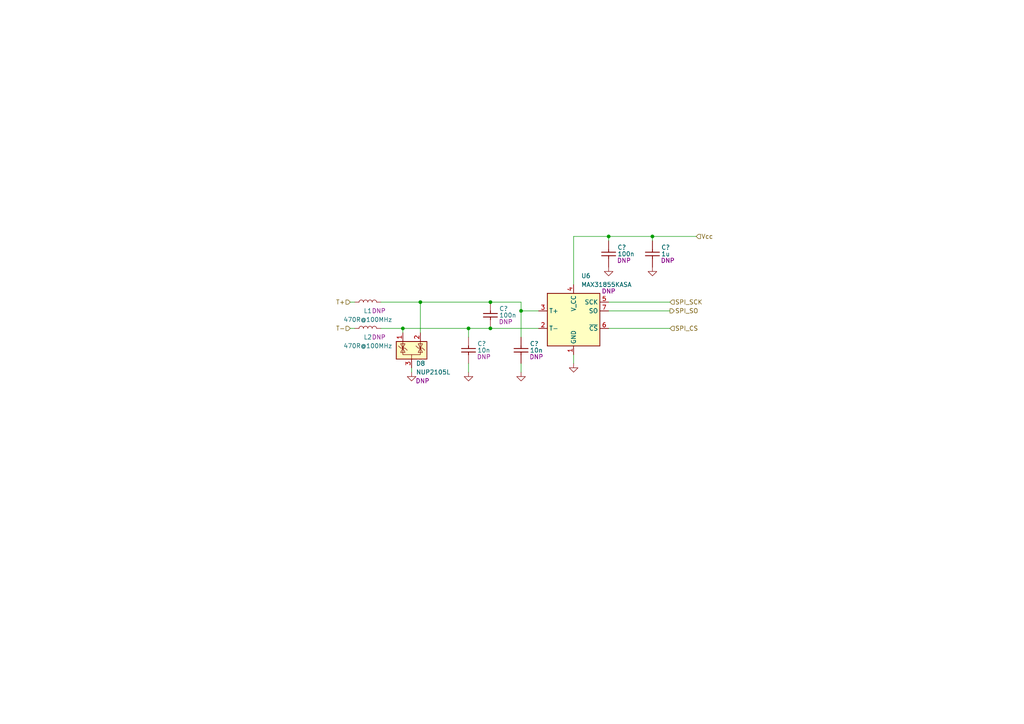
<source format=kicad_sch>
(kicad_sch (version 20230121) (generator eeschema)
  (paper "A4")
  (lib_symbols
    (symbol "Device:L" (pin_numbers hide) (pin_names (offset 1.016) hide)
      (property "Reference" "L" (at -1.27 0 90))
      (property "Value" "L" (at 1.905 0 90))
      (symbol "L_0_1"
        (arc (start 0 -2.54) (mid 0.6323 -1.905) (end 0 -1.27))
        (arc (start 0 -1.27) (mid 0.6323 -0.635) (end 0 0))
        (arc (start 0 0) (mid 0.6323 0.635) (end 0 1.27))
        (arc (start 0 1.27) (mid 0.6323 1.905) (end 0 2.54))
      )
      (symbol "L_1_1"
        (pin passive line (at 0 3.81 270) (length 1.27) (name "1") (number "1"))
        (pin passive line (at 0 -3.81 90) (length 1.27) (name "2") (number "2"))
      )
    )
    (symbol "MAX31855KASA_1"
      (property "Reference" "U" (at -7.62 8.89 0))
      (property "Value" "MAX31855KASA" (at 1.27 8.89 0))
      (symbol "MAX31855KASA_1_0_1"
        (rectangle (start -7.62 7.62) (end 7.62 -7.62) (stroke (width 0.254)) (fill (type background)))
      )
      (symbol "MAX31855KASA_1_1_1"
        (pin power_in line (at 0 -10.16 90) (length 2.54) (name "GND") (number "1"))
        (pin passive line (at -10.16 -2.54 0) (length 2.54) (name "T-") (number "2"))
        (pin passive line (at -10.16 2.54 0) (length 2.54) (name "T+") (number "3"))
        (pin power_in line (at 0 10.16 270) (length 2.54) (name "V_CC") (number "4"))
        (pin input line (at 10.16 5.08 180) (length 2.54) (name "SCK") (number "5"))
        (pin input line (at 10.16 -2.54 180) (length 2.54) (name "~{CS}") (number "6"))
        (pin tri_state line (at 10.16 2.54 180) (length 2.54) (name "SO") (number "7"))
      )
    )
    (symbol "Power_Protection:NUP2105L" (pin_names hide)
      (property "Reference" "D" (at 5.715 2.54 0))
      (property "Value" "NUP2105L" (at 5.715 0.635 0))
      (symbol "NUP2105L_0_0"
        (pin passive line (at 0 -5.08 90) (length 2.54) (name "A") (number "3"))
      )
      (symbol "NUP2105L_0_1"
        (rectangle (start -4.445 2.54) (end 4.445 -2.54) (stroke (width 0.254)) (fill (type background)))
        (polyline (pts (xy -2.54 2.54) (xy -2.54 0.635)))
        (polyline (pts (xy 0 -1.27) (xy 0 -2.54)))
        (polyline (pts (xy 2.54 2.54) (xy 2.54 0.635)))
        (polyline (pts (xy -3.81 1.27) (xy -3.175 0.635) (xy -1.905 0.635) (xy -1.27 0)))
        (polyline (pts (xy -2.54 0.635) (xy -2.54 -1.27) (xy 2.54 -1.27) (xy 2.54 0.635)))
        (polyline (pts (xy -2.54 0.635) (xy -1.905 -0.635) (xy -3.175 -0.635) (xy -2.54 0.635)))
        (polyline (pts (xy 2.54 0.635) (xy 1.905 -0.635) (xy 3.175 -0.635) (xy 2.54 0.635)))
        (polyline (pts (xy 2.54 0.635) (xy 3.175 1.905) (xy 1.905 1.905) (xy 2.54 0.635)))
        (polyline (pts (xy -2.54 0.635) (xy -3.175 1.905) (xy -1.905 1.905) (xy -2.54 0.635) (xy -2.54 1.27)))
        (polyline (pts (xy 1.27 1.27) (xy 1.905 0.635) (xy 2.54 0.635) (xy 3.175 0.635) (xy 3.81 0)))
      )
      (symbol "NUP2105L_1_1"
        (pin passive line (at -2.54 5.08 270) (length 2.54) (name "K") (number "1"))
        (pin passive line (at 2.54 5.08 270) (length 2.54) (name "K") (number "2"))
      )
    )
    (symbol "hellen-one-common:Cap" (pin_numbers hide)
      (property "Reference" "C" (at -3.81 2.54 0))
      (property "Value" "Cap" (at -2.54 -1.27 0))
      (symbol "Cap_1_0"
        (polyline (pts (xy -1.27 0) (xy -0.508 0)) (stroke (width 0.254)))
        (polyline (pts (xy -0.508 -2.032) (xy -0.508 2.032)) (stroke (width 0.254)))
        (polyline (pts (xy 0.508 2.032) (xy 0.508 -2.032)) (stroke (width 0.254)))
        (polyline (pts (xy 1.27 0) (xy 0.508 0)) (stroke (width 0.254)))
        (pin passive line (at -3.81 0 0) (length 2.54) (name "") (number "1"))
        (pin passive line (at 3.81 0 180) (length 2.54) (name "") (number "2"))
      )
    )
    (symbol "power:GND" (power) (pin_names (offset 0))
      (property "Value" "GND" (at 0 -3.81 0))
      (symbol "GND_0_1"
        (polyline (pts (xy 0 0) (xy 0 -1.27) (xy 1.27 -1.27) (xy 0 -2.54) (xy -1.27 -1.27) (xy 0 -1.27)))
      )
      (symbol "GND_1_1"
        (pin power_in line (at 0 0 270) (length 0) hide (name "GND") (number "1"))
      )
    )
  )
  (junction (at 176.53 68.58))
  (junction (at 116.84 95.25))
  (junction (at 135.89 95.25))
  (junction (at 121.92 87.63))
  (junction (at 142.24 87.63))
  (junction (at 142.24 95.25))
  (junction (at 189.23 68.58))
  (junction (at 151.13 90.17))
  (wire (pts (xy 166.37 82.55) (xy 166.37 68.58)))
  (wire (pts (xy 119.38 107.95) (xy 119.38 106.68)))
  (wire (pts (xy 142.24 87.63) (xy 151.13 87.63)))
  (wire (pts (xy 166.37 68.58) (xy 176.53 68.58)))
  (wire (pts (xy 121.92 87.63) (xy 121.92 96.52)))
  (wire (pts (xy 189.23 68.58) (xy 189.23 69.85)))
  (wire (pts (xy 151.13 90.17) (xy 151.13 97.79)))
  (wire (pts (xy 176.53 68.58) (xy 176.53 69.85)))
  (wire (pts (xy 135.89 105.41) (xy 135.89 107.95)))
  (wire (pts (xy 121.92 87.63) (xy 142.24 87.63)))
  (wire (pts (xy 110.49 87.63) (xy 121.92 87.63)))
  (wire (pts (xy 151.13 87.63) (xy 151.13 90.17)))
  (wire (pts (xy 176.53 90.17) (xy 194.31 90.17)))
  (wire (pts (xy 189.23 68.58) (xy 201.93 68.58)))
  (wire (pts (xy 116.84 95.25) (xy 135.89 95.25)))
  (wire (pts (xy 151.13 90.17) (xy 156.21 90.17)))
  (wire (pts (xy 166.37 102.87) (xy 166.37 105.41)))
  (wire (pts (xy 176.53 68.58) (xy 189.23 68.58)))
  (wire (pts (xy 151.13 105.41) (xy 151.13 107.95)))
  (wire (pts (xy 176.53 95.25) (xy 194.31 95.25)))
  (wire (pts (xy 116.84 95.25) (xy 116.84 96.52)))
  (wire (pts (xy 135.89 95.25) (xy 142.24 95.25)))
  (wire (pts (xy 142.24 95.25) (xy 156.21 95.25)))
  (wire (pts (xy 135.89 95.25) (xy 135.89 97.79)))
  (wire (pts (xy 110.49 95.25) (xy 116.84 95.25)))
  (wire (pts (xy 101.6 87.63) (xy 102.87 87.63)))
  (wire (pts (xy 101.6 95.25) (xy 102.87 95.25)))
  (wire (pts (xy 176.53 87.63) (xy 194.31 87.63)))
  (hierarchical_label "Vcc" (shape input) (at 201.93 68.58 0))
  (hierarchical_label "SPI_SO" (shape output) (at 194.31 90.17 0))
  (hierarchical_label "SPI_SCK" (shape input) (at 194.31 87.63 0))
  (hierarchical_label "SPI_CS" (shape input) (at 194.31 95.25 0))
  (hierarchical_label "T+" (shape input) (at 101.6 87.63 180))
  (hierarchical_label "T-" (shape input) (at 101.6 95.25 180))
  (symbol (lib_id "hellen-one-common:Cap") (at 135.89 101.6 90) (unit 1)
    (property "Reference" "C?" (at 138.43 99.695 90) (effects (justify right)))
    (property "Value" "10n" (at 138.43 101.6 90) (effects (justify right)))
    (property "Footprint" "hellen-one-common:C0603" (effects hide))
    (property "MyComment" "DNP" (at 140.335 103.505 90))
    (instances (project "hellen-112-17" (path "" (reference "C?") (unit 1))) (project "uaeficopiedtovfr" (path "" (reference "C29") (unit 1))) (project "uaefi" (path "" (reference "C11") (unit 1)) (path "" (reference "C24") (unit 1)) (path "" (reference "C28") (unit 1))))
  )
  (symbol (lib_name "MAX31855KASA_1") (lib_id "Sensor_Temperature:MAX31855KASA") (at 166.37 92.71 0) (unit 1)
    (property "Reference" "U4" (at 168.5641 80.01 0) (effects (justify left)))
    (property "Value" "MAX31855KASA" (at 168.5641 82.55 0) (effects (justify left)))
    (property "Footprint" "Package_SO:SOIC-8_3.9x4.9mm_P1.27mm" (effects hide))
    (property "Datasheet" "http://datasheets.maximintegrated.com/en/ds/MAX31855.pdf" (effects hide))
    (property "MyComment" "DNP" (at 176.53 84.455 0))
    (instances (project "uaeficopiedtovfr" (path "" (reference "U6") (unit 1))) (project "uaefi" (path "" (reference "U4") (unit 1))))
  )
  (symbol (lib_id "hellen-one-common:Cap") (at 189.23 73.66 90) (unit 1)
    (property "Reference" "C?" (at 191.77 71.755 90) (effects (justify right)))
    (property "Value" "1u" (at 191.77 73.66 90) (effects (justify right)))
    (property "Footprint" "hellen-one-common:C0603" (effects hide))
    (property "MyComment" "DNP" (at 193.675 75.565 90))
    (instances (project "hellen-112-17" (path "" (reference "C?") (unit 1))) (project "uaeficopiedtovfr" (path "" (reference "C33") (unit 1))) (project "uaefi" (path "" (reference "C11") (unit 1)) (path "" (reference "C24") (unit 1)) (path "" (reference "C32") (unit 1))))
  )
  (symbol (lib_id "hellen-one-common:Cap") (at 151.13 101.6 90) (unit 1)
    (property "Reference" "C?" (at 153.67 99.695 90) (effects (justify right)))
    (property "Value" "10n" (at 153.67 101.6 90) (effects (justify right)))
    (property "Footprint" "hellen-one-common:C0603" (effects hide))
    (property "MyComment" "DNP" (at 155.575 103.505 90))
    (instances (project "hellen-112-17" (path "" (reference "C?") (unit 1))) (project "uaeficopiedtovfr" (path "" (reference "C31") (unit 1))) (project "uaefi" (path "" (reference "C11") (unit 1)) (path "" (reference "C24") (unit 1)) (path "" (reference "C30") (unit 1))))
  )
  (symbol (lib_id "Power_Protection:NUP2105L") (at 119.38 101.6 0) (unit 1)
    (property "Reference" "D8" (at 120.65 105.41 0) (effects (justify left)))
    (property "Value" "NUP2105L" (at 120.65 107.95 0) (effects (justify left)))
    (property "Footprint" "Package_TO_SOT_SMD:SOT-23" (effects hide))
    (property "Datasheet" "http://www.onsemi.com/pub_link/Collateral/NUP2105L-D.PDF" (effects hide))
    (property "MyComment" "DNP" (at 122.555 110.49 0))
  )
  (symbol (lib_id "hellen-one-common:Cap") (at 176.53 73.66 90) (unit 1)
    (property "Reference" "C?" (at 179.07 71.755 90) (effects (justify right)))
    (property "Value" "100n" (at 179.07 73.66 90) (effects (justify right)))
    (property "Footprint" "hellen-one-common:C0603" (effects hide))
    (property "MyComment" "DNP" (at 180.975 75.565 90))
    (instances (project "hellen-112-17" (path "" (reference "C?") (unit 1))) (project "uaeficopiedtovfr" (path "" (reference "C32") (unit 1))) (project "uaefi" (path "" (reference "C11") (unit 1)) (path "" (reference "C24") (unit 1)) (path "" (reference "C31") (unit 1))))
  )
  (symbol (lib_id "power:GND") (at 176.53 77.47 0) (unit 1)
    (property "Reference" "#PWR0109" (effects hide))
    (property "Value" "GND" (effects hide))
    (instances (project "uaeficopiedtovfr" (path "" (reference "#PWR0115") (unit 1))) (project "uaefi" (path "" (reference "#PWR0109") (unit 1))))
  )
  (symbol (lib_id "Device:L") (at 106.68 95.25 90) (unit 1)
    (property "Reference" "L2" (at 106.68 97.79 90))
    (property "Value" "470R@100MHz" (at 106.68 100.33 90))
    (property "Footprint" "Inductor_SMD:L_0603_1608Metric" (effects hide))
    (property "MyComment" "DNP" (at 109.855 97.79 90))
  )
  (symbol (lib_id "power:GND") (at 189.23 77.47 0) (unit 1)
    (property "Reference" "#PWR0110" (effects hide))
    (property "Value" "GND" (effects hide))
    (instances (project "uaeficopiedtovfr" (path "" (reference "#PWR0116") (unit 1))) (project "uaefi" (path "" (reference "#PWR0110") (unit 1))))
  )
  (symbol (lib_id "power:GND") (at 135.89 107.95 0) (unit 1)
    (property "Reference" "#PWR0106" (effects hide))
    (property "Value" "GND" (effects hide))
    (instances (project "uaeficopiedtovfr" (path "" (reference "#PWR0112") (unit 1))) (project "uaefi" (path "" (reference "#PWR0106") (unit 1))))
  )
  (symbol (lib_id "power:GND") (at 151.13 107.95 0) (unit 1)
    (property "Reference" "#PWR0107" (effects hide))
    (property "Value" "GND" (effects hide))
    (instances (project "uaeficopiedtovfr" (path "" (reference "#PWR0113") (unit 1))) (project "uaefi" (path "" (reference "#PWR0107") (unit 1))))
  )
  (symbol (lib_id "power:GND") (at 166.37 105.41 0) (unit 1)
    (property "Reference" "#PWR0108" (effects hide))
    (property "Value" "GND" (effects hide))
    (instances (project "uaeficopiedtovfr" (path "" (reference "#PWR0114") (unit 1))) (project "uaefi" (path "" (reference "#PWR0108") (unit 1))))
  )
  (symbol (lib_id "power:GND") (at 119.38 107.95 0) (unit 1)
    (property "Reference" "#PWR0105" (effects hide))
    (property "Value" "GND" (effects hide))
    (instances (project "uaeficopiedtovfr" (path "" (reference "#PWR0111") (unit 1))) (project "uaefi" (path "" (reference "#PWR0105") (unit 1))))
  )
  (symbol (lib_id "hellen-one-common:Cap") (at 142.24 91.44 90) (unit 1)
    (property "Reference" "C?" (at 144.78 89.535 90) (effects (justify right)))
    (property "Value" "100n" (at 144.78 91.44 90) (effects (justify right)))
    (property "Footprint" "hellen-one-common:C0603" (effects hide))
    (property "MyComment" "DNP" (at 146.685 93.345 90))
    (instances (project "hellen-112-17" (path "" (reference "C?") (unit 1))) (project "uaeficopiedtovfr" (path "" (reference "C30") (unit 1))) (project "uaefi" (path "" (reference "C11") (unit 1)) (path "" (reference "C24") (unit 1)) (path "" (reference "C29") (unit 1))))
  )
  (symbol (lib_id "Device:L") (at 106.68 87.63 90) (unit 1)
    (property "Reference" "L1" (at 106.68 90.17 90))
    (property "Value" "470R@100MHz" (at 106.68 92.71 90))
    (property "Footprint" "Inductor_SMD:L_0603_1608Metric" (effects hide))
    (property "MyComment" "DNP" (at 109.855 90.17 90))
  )
)
</source>
